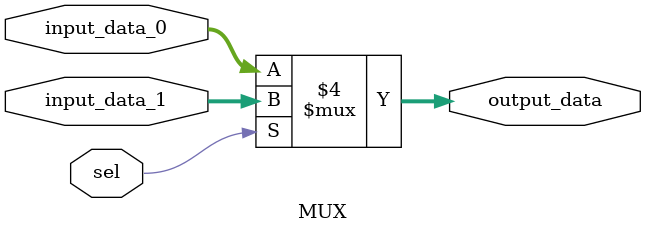
<source format=v>
module MUX(
	input	[23:0]			input_data_0,
	input	[23:0]			input_data_1,
	input					sel,
	output	reg	[23:0]		output_data
);
always @ (*)
begin
	if(sel == 1'b0)	output_data = input_data_0;
	else			output_data = input_data_1;
end
endmodule
</source>
